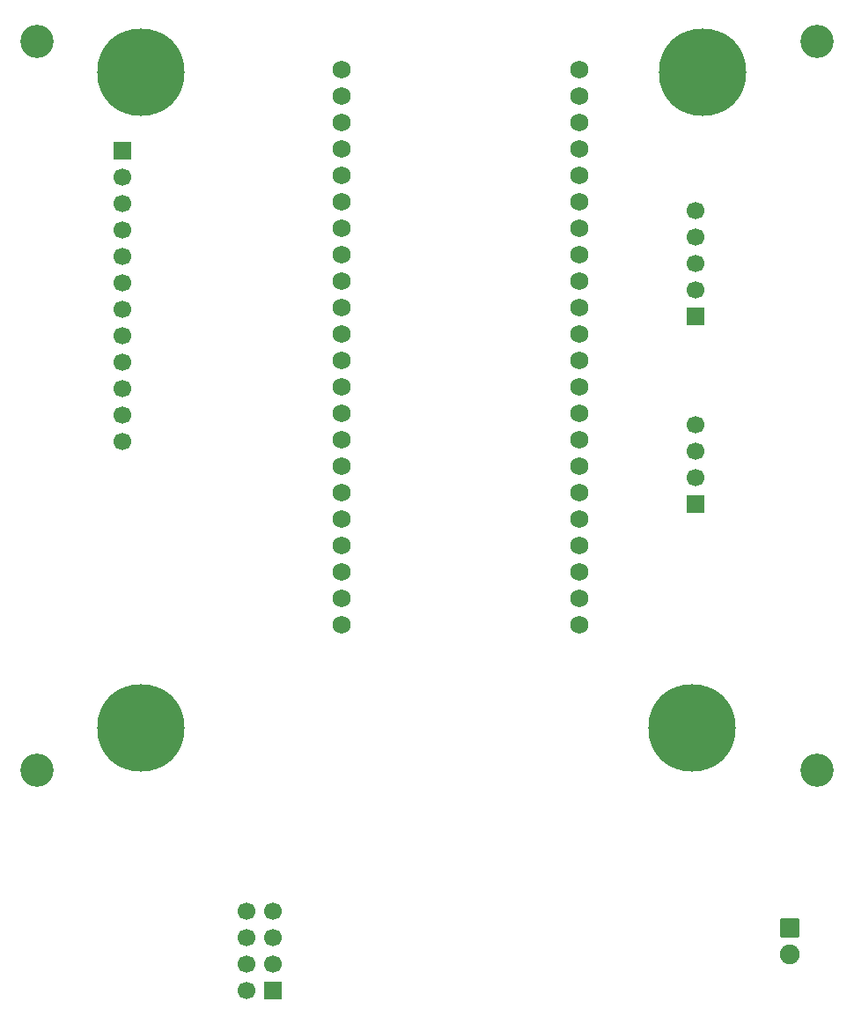
<source format=gbr>
%TF.GenerationSoftware,KiCad,Pcbnew,9.0.6*%
%TF.CreationDate,2026-02-25T03:49:56+07:00*%
%TF.ProjectId,Robot_remote,526f626f-745f-4726-956d-6f74652e6b69,rev?*%
%TF.SameCoordinates,Original*%
%TF.FileFunction,Soldermask,Bot*%
%TF.FilePolarity,Negative*%
%FSLAX46Y46*%
G04 Gerber Fmt 4.6, Leading zero omitted, Abs format (unit mm)*
G04 Created by KiCad (PCBNEW 9.0.6) date 2026-02-25 03:49:56*
%MOMM*%
%LPD*%
G01*
G04 APERTURE LIST*
G04 Aperture macros list*
%AMRoundRect*
0 Rectangle with rounded corners*
0 $1 Rounding radius*
0 $2 $3 $4 $5 $6 $7 $8 $9 X,Y pos of 4 corners*
0 Add a 4 corners polygon primitive as box body*
4,1,4,$2,$3,$4,$5,$6,$7,$8,$9,$2,$3,0*
0 Add four circle primitives for the rounded corners*
1,1,$1+$1,$2,$3*
1,1,$1+$1,$4,$5*
1,1,$1+$1,$6,$7*
1,1,$1+$1,$8,$9*
0 Add four rect primitives between the rounded corners*
20,1,$1+$1,$2,$3,$4,$5,0*
20,1,$1+$1,$4,$5,$6,$7,0*
20,1,$1+$1,$6,$7,$8,$9,0*
20,1,$1+$1,$8,$9,$2,$3,0*%
G04 Aperture macros list end*
%ADD10R,1.700000X1.700000*%
%ADD11C,1.700000*%
%ADD12C,3.200000*%
%ADD13C,8.400000*%
%ADD14C,1.734000*%
%ADD15C,1.905000*%
%ADD16RoundRect,0.285750X0.666750X0.666750X-0.666750X0.666750X-0.666750X-0.666750X0.666750X-0.666750X0*%
G04 APERTURE END LIST*
D10*
%TO.C,J3*%
X98250000Y-57500000D03*
D11*
X98250000Y-60040000D03*
X98250000Y-62580000D03*
X98250000Y-65120000D03*
X98250000Y-67660000D03*
X98250000Y-70200000D03*
X98250000Y-72740000D03*
X98250000Y-75280000D03*
X98250000Y-77820000D03*
X98250000Y-80360000D03*
X98250000Y-82900000D03*
X98250000Y-85440000D03*
%TD*%
D12*
%TO.C,H5*%
X165000000Y-47000000D03*
%TD*%
D10*
%TO.C,U1*%
X112725200Y-138226800D03*
D11*
X110185200Y-138226800D03*
X112725200Y-135686800D03*
X110185200Y-135686800D03*
X112725200Y-133146800D03*
X110185200Y-133146800D03*
X112725200Y-130606800D03*
X110185200Y-130606800D03*
%TD*%
D13*
%TO.C,H3*%
X153000000Y-113000000D03*
%TD*%
%TO.C,H1*%
X100000000Y-50000000D03*
%TD*%
D12*
%TO.C,H8*%
X165000000Y-117000000D03*
%TD*%
%TO.C,H6*%
X90000000Y-47000000D03*
%TD*%
D13*
%TO.C,H4*%
X100000000Y-113000000D03*
%TD*%
%TO.C,H2*%
X154000000Y-50000000D03*
%TD*%
D14*
%TO.C,U3*%
X119329200Y-49733200D03*
X119329200Y-52273200D03*
X119329200Y-54813200D03*
X119329200Y-57353200D03*
X119329200Y-59893200D03*
X119329200Y-62433200D03*
X119329200Y-64973200D03*
X119329200Y-67513200D03*
X119329200Y-70053200D03*
X119329200Y-72593200D03*
X119329200Y-75133200D03*
X119329200Y-77673200D03*
X119329200Y-80213200D03*
X119329200Y-82753200D03*
X119329200Y-85293200D03*
X119329200Y-87833200D03*
X119329200Y-90373200D03*
X119329200Y-92913200D03*
X119329200Y-95453200D03*
X119329200Y-97993200D03*
X119329200Y-100533200D03*
X119329200Y-103073200D03*
X142189200Y-49733200D03*
X142189200Y-52273200D03*
X142189200Y-54813200D03*
X142189200Y-57353200D03*
X142189200Y-59893200D03*
X142189200Y-62433200D03*
X142189200Y-64973200D03*
X142189200Y-67513200D03*
X142189200Y-70053200D03*
X142189200Y-72593200D03*
X142189200Y-75133200D03*
X142189200Y-77673200D03*
X142189200Y-80213200D03*
X142189200Y-82753200D03*
X142189200Y-85293200D03*
X142189200Y-87833200D03*
X142189200Y-90373200D03*
X142189200Y-92913200D03*
X142189200Y-95453200D03*
X142189200Y-97993200D03*
X142189200Y-100533200D03*
X142189200Y-103073200D03*
%TD*%
D12*
%TO.C,H7*%
X90000000Y-117000000D03*
%TD*%
D10*
%TO.C,J1*%
X153349000Y-73406000D03*
D11*
X153349000Y-70866000D03*
X153349000Y-68326000D03*
X153349000Y-65786000D03*
X153349000Y-63246000D03*
%TD*%
D10*
%TO.C,J2*%
X153349000Y-91440000D03*
D11*
X153349000Y-88900000D03*
X153349000Y-86360000D03*
X153349000Y-83820000D03*
%TD*%
D15*
%TO.C,U2*%
X162377000Y-134747000D03*
D16*
X162377000Y-132207000D03*
%TD*%
M02*

</source>
